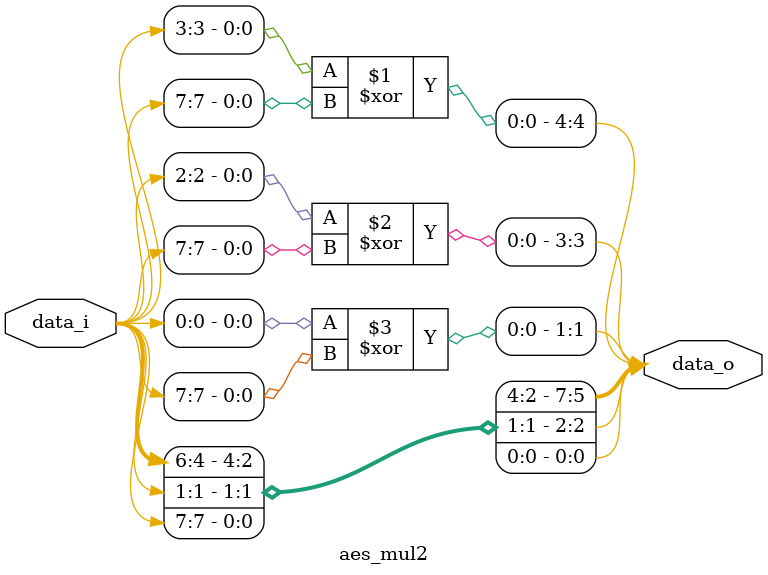
<source format=sv>

module aes_mul2 (
  input  logic [7:0] data_i,
  output logic [7:0] data_o
);

  assign data_o[7] = data_i[6];
  assign data_o[6] = data_i[5];
  assign data_o[5] = data_i[4];
  assign data_o[4] = data_i[3] ^ data_i[7];
  assign data_o[3] = data_i[2] ^ data_i[7];
  assign data_o[2] = data_i[1];
  assign data_o[1] = data_i[0] ^ data_i[7];
  assign data_o[0] = data_i[7];

endmodule

</source>
